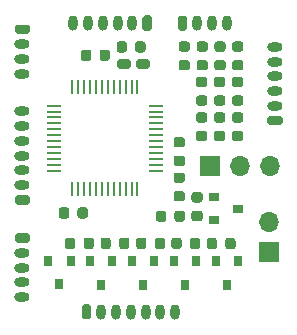
<source format=gbr>
G04 #@! TF.GenerationSoftware,KiCad,Pcbnew,(5.1.8-0-10_14)*
G04 #@! TF.CreationDate,2021-11-26T07:07:57-05:00*
G04 #@! TF.ProjectId,4809Rc,34383039-5263-42e6-9b69-6361645f7063,rev?*
G04 #@! TF.SameCoordinates,Original*
G04 #@! TF.FileFunction,Soldermask,Top*
G04 #@! TF.FilePolarity,Negative*
%FSLAX46Y46*%
G04 Gerber Fmt 4.6, Leading zero omitted, Abs format (unit mm)*
G04 Created by KiCad (PCBNEW (5.1.8-0-10_14)) date 2021-11-26 07:07:57*
%MOMM*%
%LPD*%
G01*
G04 APERTURE LIST*
%ADD10O,1.700000X1.700000*%
%ADD11R,1.700000X1.700000*%
%ADD12O,0.800000X1.300000*%
%ADD13R,0.250000X1.300000*%
%ADD14R,1.300000X0.250000*%
%ADD15O,1.300000X0.800000*%
%ADD16R,0.900000X0.800000*%
%ADD17R,0.800000X0.900000*%
G04 APERTURE END LIST*
D10*
X166966900Y-99809300D03*
D11*
X166966900Y-102349300D03*
D12*
X158972900Y-107403900D03*
X157722900Y-107403900D03*
X156472900Y-107403900D03*
X155222900Y-107403900D03*
X153972900Y-107403900D03*
X152722900Y-107403900D03*
G36*
G01*
X151072900Y-107853900D02*
X151072900Y-106953900D01*
G75*
G02*
X151272900Y-106753900I200000J0D01*
G01*
X151672900Y-106753900D01*
G75*
G02*
X151872900Y-106953900I0J-200000D01*
G01*
X151872900Y-107853900D01*
G75*
G02*
X151672900Y-108053900I-200000J0D01*
G01*
X151272900Y-108053900D01*
G75*
G02*
X151072900Y-107853900I0J200000D01*
G01*
G37*
G36*
G01*
X153535900Y-101369150D02*
X153535900Y-101881650D01*
G75*
G02*
X153317150Y-102100400I-218750J0D01*
G01*
X152879650Y-102100400D01*
G75*
G02*
X152660900Y-101881650I0J218750D01*
G01*
X152660900Y-101369150D01*
G75*
G02*
X152879650Y-101150400I218750J0D01*
G01*
X153317150Y-101150400D01*
G75*
G02*
X153535900Y-101369150I0J-218750D01*
G01*
G37*
G36*
G01*
X155110900Y-101369150D02*
X155110900Y-101881650D01*
G75*
G02*
X154892150Y-102100400I-218750J0D01*
G01*
X154454650Y-102100400D01*
G75*
G02*
X154235900Y-101881650I0J218750D01*
G01*
X154235900Y-101369150D01*
G75*
G02*
X154454650Y-101150400I218750J0D01*
G01*
X154892150Y-101150400D01*
G75*
G02*
X155110900Y-101369150I0J-218750D01*
G01*
G37*
D13*
X150285000Y-88360000D03*
X150785000Y-88360000D03*
X151285000Y-88360000D03*
X151785000Y-88360000D03*
X152285000Y-88360000D03*
X152785000Y-88360000D03*
X153285000Y-88360000D03*
X153785000Y-88360000D03*
X154285000Y-88360000D03*
X154785000Y-88360000D03*
X155285000Y-88360000D03*
X155785000Y-88360000D03*
D14*
X157385000Y-89960000D03*
X157385000Y-90460000D03*
X157385000Y-90960000D03*
X157385000Y-91460000D03*
X157385000Y-91960000D03*
X157385000Y-92460000D03*
X157385000Y-92960000D03*
X157385000Y-93460000D03*
X157385000Y-93960000D03*
X157385000Y-94460000D03*
X157385000Y-94960000D03*
X157385000Y-95460000D03*
D13*
X155785000Y-97060000D03*
X155285000Y-97060000D03*
X154785000Y-97060000D03*
X154285000Y-97060000D03*
X153785000Y-97060000D03*
X153285000Y-97060000D03*
X152785000Y-97060000D03*
X152285000Y-97060000D03*
X151785000Y-97060000D03*
X151285000Y-97060000D03*
X150785000Y-97060000D03*
X150285000Y-97060000D03*
D14*
X148685000Y-95460000D03*
X148685000Y-94960000D03*
X148685000Y-94460000D03*
X148685000Y-93960000D03*
X148685000Y-93460000D03*
X148685000Y-92960000D03*
X148685000Y-92460000D03*
X148685000Y-91960000D03*
X148685000Y-91460000D03*
X148685000Y-90960000D03*
X148685000Y-90460000D03*
X148685000Y-89960000D03*
D12*
X163363600Y-82981800D03*
X162113600Y-82981800D03*
X160863600Y-82981800D03*
G36*
G01*
X159213600Y-83431800D02*
X159213600Y-82531800D01*
G75*
G02*
X159413600Y-82331800I200000J0D01*
G01*
X159813600Y-82331800D01*
G75*
G02*
X160013600Y-82531800I0J-200000D01*
G01*
X160013600Y-83431800D01*
G75*
G02*
X159813600Y-83631800I-200000J0D01*
G01*
X159413600Y-83631800D01*
G75*
G02*
X159213600Y-83431800I0J200000D01*
G01*
G37*
G36*
G01*
X154894800Y-84732150D02*
X154894800Y-85244650D01*
G75*
G02*
X154676050Y-85463400I-218750J0D01*
G01*
X154238550Y-85463400D01*
G75*
G02*
X154019800Y-85244650I0J218750D01*
G01*
X154019800Y-84732150D01*
G75*
G02*
X154238550Y-84513400I218750J0D01*
G01*
X154676050Y-84513400D01*
G75*
G02*
X154894800Y-84732150I0J-218750D01*
G01*
G37*
G36*
G01*
X156469800Y-84732150D02*
X156469800Y-85244650D01*
G75*
G02*
X156251050Y-85463400I-218750J0D01*
G01*
X155813550Y-85463400D01*
G75*
G02*
X155594800Y-85244650I0J218750D01*
G01*
X155594800Y-84732150D01*
G75*
G02*
X155813550Y-84513400I218750J0D01*
G01*
X156251050Y-84513400D01*
G75*
G02*
X156469800Y-84732150I0J-218750D01*
G01*
G37*
D10*
X166979600Y-95084900D03*
X164439600Y-95084900D03*
D11*
X161899600Y-95084900D03*
D15*
X146050000Y-90442400D03*
X146050000Y-91692400D03*
X146050000Y-92942400D03*
X146050000Y-94192400D03*
X146050000Y-95442400D03*
X146050000Y-96692400D03*
G36*
G01*
X146500000Y-98342400D02*
X145600000Y-98342400D01*
G75*
G02*
X145400000Y-98142400I0J200000D01*
G01*
X145400000Y-97742400D01*
G75*
G02*
X145600000Y-97542400I200000J0D01*
G01*
X146500000Y-97542400D01*
G75*
G02*
X146700000Y-97742400I0J-200000D01*
G01*
X146700000Y-98142400D01*
G75*
G02*
X146500000Y-98342400I-200000J0D01*
G01*
G37*
X146050000Y-106180900D03*
X146050000Y-104930900D03*
X146050000Y-103680900D03*
X146050000Y-102430900D03*
G36*
G01*
X145600000Y-100780900D02*
X146500000Y-100780900D01*
G75*
G02*
X146700000Y-100980900I0J-200000D01*
G01*
X146700000Y-101380900D01*
G75*
G02*
X146500000Y-101580900I-200000J0D01*
G01*
X145600000Y-101580900D01*
G75*
G02*
X145400000Y-101380900I0J200000D01*
G01*
X145400000Y-100980900D01*
G75*
G02*
X145600000Y-100780900I200000J0D01*
G01*
G37*
X167436800Y-84986800D03*
X167436800Y-86236800D03*
X167436800Y-87486800D03*
X167436800Y-88736800D03*
X167436800Y-89986800D03*
G36*
G01*
X167886800Y-91636800D02*
X166986800Y-91636800D01*
G75*
G02*
X166786800Y-91436800I0J200000D01*
G01*
X166786800Y-91036800D01*
G75*
G02*
X166986800Y-90836800I200000J0D01*
G01*
X167886800Y-90836800D01*
G75*
G02*
X168086800Y-91036800I0J-200000D01*
G01*
X168086800Y-91436800D01*
G75*
G02*
X167886800Y-91636800I-200000J0D01*
G01*
G37*
D16*
X164296600Y-98679000D03*
X162296600Y-99629000D03*
X162296600Y-97729000D03*
G36*
G01*
X164018250Y-92094800D02*
X164530750Y-92094800D01*
G75*
G02*
X164749500Y-92313550I0J-218750D01*
G01*
X164749500Y-92751050D01*
G75*
G02*
X164530750Y-92969800I-218750J0D01*
G01*
X164018250Y-92969800D01*
G75*
G02*
X163799500Y-92751050I0J218750D01*
G01*
X163799500Y-92313550D01*
G75*
G02*
X164018250Y-92094800I218750J0D01*
G01*
G37*
G36*
G01*
X164018250Y-90519800D02*
X164530750Y-90519800D01*
G75*
G02*
X164749500Y-90738550I0J-218750D01*
G01*
X164749500Y-91176050D01*
G75*
G02*
X164530750Y-91394800I-218750J0D01*
G01*
X164018250Y-91394800D01*
G75*
G02*
X163799500Y-91176050I0J218750D01*
G01*
X163799500Y-90738550D01*
G75*
G02*
X164018250Y-90519800I218750J0D01*
G01*
G37*
G36*
G01*
X162494250Y-89097600D02*
X163006750Y-89097600D01*
G75*
G02*
X163225500Y-89316350I0J-218750D01*
G01*
X163225500Y-89753850D01*
G75*
G02*
X163006750Y-89972600I-218750J0D01*
G01*
X162494250Y-89972600D01*
G75*
G02*
X162275500Y-89753850I0J218750D01*
G01*
X162275500Y-89316350D01*
G75*
G02*
X162494250Y-89097600I218750J0D01*
G01*
G37*
G36*
G01*
X162494250Y-87522600D02*
X163006750Y-87522600D01*
G75*
G02*
X163225500Y-87741350I0J-218750D01*
G01*
X163225500Y-88178850D01*
G75*
G02*
X163006750Y-88397600I-218750J0D01*
G01*
X162494250Y-88397600D01*
G75*
G02*
X162275500Y-88178850I0J218750D01*
G01*
X162275500Y-87741350D01*
G75*
G02*
X162494250Y-87522600I218750J0D01*
G01*
G37*
G36*
G01*
X164530750Y-88397600D02*
X164018250Y-88397600D01*
G75*
G02*
X163799500Y-88178850I0J218750D01*
G01*
X163799500Y-87741350D01*
G75*
G02*
X164018250Y-87522600I218750J0D01*
G01*
X164530750Y-87522600D01*
G75*
G02*
X164749500Y-87741350I0J-218750D01*
G01*
X164749500Y-88178850D01*
G75*
G02*
X164530750Y-88397600I-218750J0D01*
G01*
G37*
G36*
G01*
X164530750Y-89972600D02*
X164018250Y-89972600D01*
G75*
G02*
X163799500Y-89753850I0J218750D01*
G01*
X163799500Y-89316350D01*
G75*
G02*
X164018250Y-89097600I218750J0D01*
G01*
X164530750Y-89097600D01*
G75*
G02*
X164749500Y-89316350I0J-218750D01*
G01*
X164749500Y-89753850D01*
G75*
G02*
X164530750Y-89972600I-218750J0D01*
G01*
G37*
G36*
G01*
X161021050Y-86100400D02*
X161533550Y-86100400D01*
G75*
G02*
X161752300Y-86319150I0J-218750D01*
G01*
X161752300Y-86756650D01*
G75*
G02*
X161533550Y-86975400I-218750J0D01*
G01*
X161021050Y-86975400D01*
G75*
G02*
X160802300Y-86756650I0J218750D01*
G01*
X160802300Y-86319150D01*
G75*
G02*
X161021050Y-86100400I218750J0D01*
G01*
G37*
G36*
G01*
X161021050Y-84525400D02*
X161533550Y-84525400D01*
G75*
G02*
X161752300Y-84744150I0J-218750D01*
G01*
X161752300Y-85181650D01*
G75*
G02*
X161533550Y-85400400I-218750J0D01*
G01*
X161021050Y-85400400D01*
G75*
G02*
X160802300Y-85181650I0J218750D01*
G01*
X160802300Y-84744150D01*
G75*
G02*
X161021050Y-84525400I218750J0D01*
G01*
G37*
G36*
G01*
X160009550Y-85400400D02*
X159497050Y-85400400D01*
G75*
G02*
X159278300Y-85181650I0J218750D01*
G01*
X159278300Y-84744150D01*
G75*
G02*
X159497050Y-84525400I218750J0D01*
G01*
X160009550Y-84525400D01*
G75*
G02*
X160228300Y-84744150I0J-218750D01*
G01*
X160228300Y-85181650D01*
G75*
G02*
X160009550Y-85400400I-218750J0D01*
G01*
G37*
G36*
G01*
X160009550Y-86975400D02*
X159497050Y-86975400D01*
G75*
G02*
X159278300Y-86756650I0J218750D01*
G01*
X159278300Y-86319150D01*
G75*
G02*
X159497050Y-86100400I218750J0D01*
G01*
X160009550Y-86100400D01*
G75*
G02*
X160228300Y-86319150I0J-218750D01*
G01*
X160228300Y-86756650D01*
G75*
G02*
X160009550Y-86975400I-218750J0D01*
G01*
G37*
D17*
X149174200Y-105101900D03*
X148224200Y-103101900D03*
X150124200Y-103101900D03*
D15*
X146050000Y-87252500D03*
X146050000Y-86002500D03*
X146050000Y-84752500D03*
G36*
G01*
X145600000Y-83102500D02*
X146500000Y-83102500D01*
G75*
G02*
X146700000Y-83302500I0J-200000D01*
G01*
X146700000Y-83702500D01*
G75*
G02*
X146500000Y-83902500I-200000J0D01*
G01*
X145600000Y-83902500D01*
G75*
G02*
X145400000Y-83702500I0J200000D01*
G01*
X145400000Y-83302500D01*
G75*
G02*
X145600000Y-83102500I200000J0D01*
G01*
G37*
G36*
G01*
X156545800Y-101369150D02*
X156545800Y-101881650D01*
G75*
G02*
X156327050Y-102100400I-218750J0D01*
G01*
X155889550Y-102100400D01*
G75*
G02*
X155670800Y-101881650I0J218750D01*
G01*
X155670800Y-101369150D01*
G75*
G02*
X155889550Y-101150400I218750J0D01*
G01*
X156327050Y-101150400D01*
G75*
G02*
X156545800Y-101369150I0J-218750D01*
G01*
G37*
G36*
G01*
X158120800Y-101369150D02*
X158120800Y-101881650D01*
G75*
G02*
X157902050Y-102100400I-218750J0D01*
G01*
X157464550Y-102100400D01*
G75*
G02*
X157245800Y-101881650I0J218750D01*
G01*
X157245800Y-101369150D01*
G75*
G02*
X157464550Y-101150400I218750J0D01*
G01*
X157902050Y-101150400D01*
G75*
G02*
X158120800Y-101369150I0J-218750D01*
G01*
G37*
D17*
X156273500Y-105114600D03*
X155323500Y-103114600D03*
X157223500Y-103114600D03*
G36*
G01*
X150526000Y-101369150D02*
X150526000Y-101881650D01*
G75*
G02*
X150307250Y-102100400I-218750J0D01*
G01*
X149869750Y-102100400D01*
G75*
G02*
X149651000Y-101881650I0J218750D01*
G01*
X149651000Y-101369150D01*
G75*
G02*
X149869750Y-101150400I218750J0D01*
G01*
X150307250Y-101150400D01*
G75*
G02*
X150526000Y-101369150I0J-218750D01*
G01*
G37*
G36*
G01*
X152101000Y-101369150D02*
X152101000Y-101881650D01*
G75*
G02*
X151882250Y-102100400I-218750J0D01*
G01*
X151444750Y-102100400D01*
G75*
G02*
X151226000Y-101881650I0J218750D01*
G01*
X151226000Y-101369150D01*
G75*
G02*
X151444750Y-101150400I218750J0D01*
G01*
X151882250Y-101150400D01*
G75*
G02*
X152101000Y-101369150I0J-218750D01*
G01*
G37*
D12*
X150353700Y-82969100D03*
X151603700Y-82969100D03*
X152853700Y-82969100D03*
X154103700Y-82969100D03*
X155353700Y-82969100D03*
G36*
G01*
X157003700Y-82519100D02*
X157003700Y-83419100D01*
G75*
G02*
X156803700Y-83619100I-200000J0D01*
G01*
X156403700Y-83619100D01*
G75*
G02*
X156203700Y-83419100I0J200000D01*
G01*
X156203700Y-82519100D01*
G75*
G02*
X156403700Y-82319100I200000J0D01*
G01*
X156803700Y-82319100D01*
G75*
G02*
X157003700Y-82519100I0J-200000D01*
G01*
G37*
G36*
G01*
X150705300Y-99303550D02*
X150705300Y-98791050D01*
G75*
G02*
X150924050Y-98572300I218750J0D01*
G01*
X151361550Y-98572300D01*
G75*
G02*
X151580300Y-98791050I0J-218750D01*
G01*
X151580300Y-99303550D01*
G75*
G02*
X151361550Y-99522300I-218750J0D01*
G01*
X150924050Y-99522300D01*
G75*
G02*
X150705300Y-99303550I0J218750D01*
G01*
G37*
G36*
G01*
X149130300Y-99303550D02*
X149130300Y-98791050D01*
G75*
G02*
X149349050Y-98572300I218750J0D01*
G01*
X149786550Y-98572300D01*
G75*
G02*
X150005300Y-98791050I0J-218750D01*
G01*
X150005300Y-99303550D01*
G75*
G02*
X149786550Y-99522300I-218750J0D01*
G01*
X149349050Y-99522300D01*
G75*
G02*
X149130300Y-99303550I0J218750D01*
G01*
G37*
G36*
G01*
X158922200Y-99582950D02*
X158922200Y-99070450D01*
G75*
G02*
X159140950Y-98851700I218750J0D01*
G01*
X159578450Y-98851700D01*
G75*
G02*
X159797200Y-99070450I0J-218750D01*
G01*
X159797200Y-99582950D01*
G75*
G02*
X159578450Y-99801700I-218750J0D01*
G01*
X159140950Y-99801700D01*
G75*
G02*
X158922200Y-99582950I0J218750D01*
G01*
G37*
G36*
G01*
X157347200Y-99582950D02*
X157347200Y-99070450D01*
G75*
G02*
X157565950Y-98851700I218750J0D01*
G01*
X158003450Y-98851700D01*
G75*
G02*
X158222200Y-99070450I0J-218750D01*
G01*
X158222200Y-99582950D01*
G75*
G02*
X158003450Y-99801700I-218750J0D01*
G01*
X157565950Y-99801700D01*
G75*
G02*
X157347200Y-99582950I0J218750D01*
G01*
G37*
G36*
G01*
X159590450Y-93503000D02*
X159077950Y-93503000D01*
G75*
G02*
X158859200Y-93284250I0J218750D01*
G01*
X158859200Y-92846750D01*
G75*
G02*
X159077950Y-92628000I218750J0D01*
G01*
X159590450Y-92628000D01*
G75*
G02*
X159809200Y-92846750I0J-218750D01*
G01*
X159809200Y-93284250D01*
G75*
G02*
X159590450Y-93503000I-218750J0D01*
G01*
G37*
G36*
G01*
X159590450Y-95078000D02*
X159077950Y-95078000D01*
G75*
G02*
X158859200Y-94859250I0J218750D01*
G01*
X158859200Y-94421750D01*
G75*
G02*
X159077950Y-94203000I218750J0D01*
G01*
X159590450Y-94203000D01*
G75*
G02*
X159809200Y-94421750I0J-218750D01*
G01*
X159809200Y-94859250D01*
G75*
G02*
X159590450Y-95078000I-218750J0D01*
G01*
G37*
G36*
G01*
X164018250Y-86100400D02*
X164530750Y-86100400D01*
G75*
G02*
X164749500Y-86319150I0J-218750D01*
G01*
X164749500Y-86756650D01*
G75*
G02*
X164530750Y-86975400I-218750J0D01*
G01*
X164018250Y-86975400D01*
G75*
G02*
X163799500Y-86756650I0J218750D01*
G01*
X163799500Y-86319150D01*
G75*
G02*
X164018250Y-86100400I218750J0D01*
G01*
G37*
G36*
G01*
X164018250Y-84525400D02*
X164530750Y-84525400D01*
G75*
G02*
X164749500Y-84744150I0J-218750D01*
G01*
X164749500Y-85181650D01*
G75*
G02*
X164530750Y-85400400I-218750J0D01*
G01*
X164018250Y-85400400D01*
G75*
G02*
X163799500Y-85181650I0J218750D01*
G01*
X163799500Y-84744150D01*
G75*
G02*
X164018250Y-84525400I218750J0D01*
G01*
G37*
G36*
G01*
X163006750Y-91394800D02*
X162494250Y-91394800D01*
G75*
G02*
X162275500Y-91176050I0J218750D01*
G01*
X162275500Y-90738550D01*
G75*
G02*
X162494250Y-90519800I218750J0D01*
G01*
X163006750Y-90519800D01*
G75*
G02*
X163225500Y-90738550I0J-218750D01*
G01*
X163225500Y-91176050D01*
G75*
G02*
X163006750Y-91394800I-218750J0D01*
G01*
G37*
G36*
G01*
X163006750Y-92969800D02*
X162494250Y-92969800D01*
G75*
G02*
X162275500Y-92751050I0J218750D01*
G01*
X162275500Y-92313550D01*
G75*
G02*
X162494250Y-92094800I218750J0D01*
G01*
X163006750Y-92094800D01*
G75*
G02*
X163225500Y-92313550I0J-218750D01*
G01*
X163225500Y-92751050D01*
G75*
G02*
X163006750Y-92969800I-218750J0D01*
G01*
G37*
G36*
G01*
X160576550Y-98863900D02*
X161089050Y-98863900D01*
G75*
G02*
X161307800Y-99082650I0J-218750D01*
G01*
X161307800Y-99520150D01*
G75*
G02*
X161089050Y-99738900I-218750J0D01*
G01*
X160576550Y-99738900D01*
G75*
G02*
X160357800Y-99520150I0J218750D01*
G01*
X160357800Y-99082650D01*
G75*
G02*
X160576550Y-98863900I218750J0D01*
G01*
G37*
G36*
G01*
X160576550Y-97288900D02*
X161089050Y-97288900D01*
G75*
G02*
X161307800Y-97507650I0J-218750D01*
G01*
X161307800Y-97945150D01*
G75*
G02*
X161089050Y-98163900I-218750J0D01*
G01*
X160576550Y-98163900D01*
G75*
G02*
X160357800Y-97945150I0J218750D01*
G01*
X160357800Y-97507650D01*
G75*
G02*
X160576550Y-97288900I218750J0D01*
G01*
G37*
G36*
G01*
X162514800Y-101381850D02*
X162514800Y-101894350D01*
G75*
G02*
X162296050Y-102113100I-218750J0D01*
G01*
X161858550Y-102113100D01*
G75*
G02*
X161639800Y-101894350I0J218750D01*
G01*
X161639800Y-101381850D01*
G75*
G02*
X161858550Y-101163100I218750J0D01*
G01*
X162296050Y-101163100D01*
G75*
G02*
X162514800Y-101381850I0J-218750D01*
G01*
G37*
G36*
G01*
X164089800Y-101381850D02*
X164089800Y-101894350D01*
G75*
G02*
X163871050Y-102113100I-218750J0D01*
G01*
X163433550Y-102113100D01*
G75*
G02*
X163214800Y-101894350I0J218750D01*
G01*
X163214800Y-101381850D01*
G75*
G02*
X163433550Y-101163100I218750J0D01*
G01*
X163871050Y-101163100D01*
G75*
G02*
X164089800Y-101381850I0J-218750D01*
G01*
G37*
G36*
G01*
X159530300Y-101369150D02*
X159530300Y-101881650D01*
G75*
G02*
X159311550Y-102100400I-218750J0D01*
G01*
X158874050Y-102100400D01*
G75*
G02*
X158655300Y-101881650I0J218750D01*
G01*
X158655300Y-101369150D01*
G75*
G02*
X158874050Y-101150400I218750J0D01*
G01*
X159311550Y-101150400D01*
G75*
G02*
X159530300Y-101369150I0J-218750D01*
G01*
G37*
G36*
G01*
X161105300Y-101369150D02*
X161105300Y-101881650D01*
G75*
G02*
X160886550Y-102100400I-218750J0D01*
G01*
X160449050Y-102100400D01*
G75*
G02*
X160230300Y-101881650I0J218750D01*
G01*
X160230300Y-101369150D01*
G75*
G02*
X160449050Y-101150400I218750J0D01*
G01*
X160886550Y-101150400D01*
G75*
G02*
X161105300Y-101369150I0J-218750D01*
G01*
G37*
D17*
X152717500Y-105114600D03*
X151767500Y-103114600D03*
X153667500Y-103114600D03*
X163372800Y-105114600D03*
X162422800Y-103114600D03*
X164322800Y-103114600D03*
X159829500Y-105114600D03*
X158879500Y-103114600D03*
X160779500Y-103114600D03*
G36*
G01*
X159590450Y-96500200D02*
X159077950Y-96500200D01*
G75*
G02*
X158859200Y-96281450I0J218750D01*
G01*
X158859200Y-95843950D01*
G75*
G02*
X159077950Y-95625200I218750J0D01*
G01*
X159590450Y-95625200D01*
G75*
G02*
X159809200Y-95843950I0J-218750D01*
G01*
X159809200Y-96281450D01*
G75*
G02*
X159590450Y-96500200I-218750J0D01*
G01*
G37*
G36*
G01*
X159590450Y-98075200D02*
X159077950Y-98075200D01*
G75*
G02*
X158859200Y-97856450I0J218750D01*
G01*
X158859200Y-97418950D01*
G75*
G02*
X159077950Y-97200200I218750J0D01*
G01*
X159590450Y-97200200D01*
G75*
G02*
X159809200Y-97418950I0J-218750D01*
G01*
X159809200Y-97856450D01*
G75*
G02*
X159590450Y-98075200I-218750J0D01*
G01*
G37*
G36*
G01*
X155648000Y-86648700D02*
X155648000Y-86223700D01*
G75*
G02*
X155860500Y-86011200I212500J0D01*
G01*
X156660500Y-86011200D01*
G75*
G02*
X156873000Y-86223700I0J-212500D01*
G01*
X156873000Y-86648700D01*
G75*
G02*
X156660500Y-86861200I-212500J0D01*
G01*
X155860500Y-86861200D01*
G75*
G02*
X155648000Y-86648700I0J212500D01*
G01*
G37*
G36*
G01*
X154023000Y-86648700D02*
X154023000Y-86223700D01*
G75*
G02*
X154235500Y-86011200I212500J0D01*
G01*
X155035500Y-86011200D01*
G75*
G02*
X155248000Y-86223700I0J-212500D01*
G01*
X155248000Y-86648700D01*
G75*
G02*
X155035500Y-86861200I-212500J0D01*
G01*
X154235500Y-86861200D01*
G75*
G02*
X154023000Y-86648700I0J212500D01*
G01*
G37*
G36*
G01*
X151882360Y-85445890D02*
X151882360Y-85958390D01*
G75*
G02*
X151663610Y-86177140I-218750J0D01*
G01*
X151226110Y-86177140D01*
G75*
G02*
X151007360Y-85958390I0J218750D01*
G01*
X151007360Y-85445890D01*
G75*
G02*
X151226110Y-85227140I218750J0D01*
G01*
X151663610Y-85227140D01*
G75*
G02*
X151882360Y-85445890I0J-218750D01*
G01*
G37*
G36*
G01*
X153457360Y-85445890D02*
X153457360Y-85958390D01*
G75*
G02*
X153238610Y-86177140I-218750J0D01*
G01*
X152801110Y-86177140D01*
G75*
G02*
X152582360Y-85958390I0J218750D01*
G01*
X152582360Y-85445890D01*
G75*
G02*
X152801110Y-85227140I218750J0D01*
G01*
X153238610Y-85227140D01*
G75*
G02*
X153457360Y-85445890I0J-218750D01*
G01*
G37*
G36*
G01*
X163032150Y-85400400D02*
X162519650Y-85400400D01*
G75*
G02*
X162300900Y-85181650I0J218750D01*
G01*
X162300900Y-84744150D01*
G75*
G02*
X162519650Y-84525400I218750J0D01*
G01*
X163032150Y-84525400D01*
G75*
G02*
X163250900Y-84744150I0J-218750D01*
G01*
X163250900Y-85181650D01*
G75*
G02*
X163032150Y-85400400I-218750J0D01*
G01*
G37*
G36*
G01*
X163032150Y-86975400D02*
X162519650Y-86975400D01*
G75*
G02*
X162300900Y-86756650I0J218750D01*
G01*
X162300900Y-86319150D01*
G75*
G02*
X162519650Y-86100400I218750J0D01*
G01*
X163032150Y-86100400D01*
G75*
G02*
X163250900Y-86319150I0J-218750D01*
G01*
X163250900Y-86756650D01*
G75*
G02*
X163032150Y-86975400I-218750J0D01*
G01*
G37*
G36*
G01*
X161482750Y-91394800D02*
X160970250Y-91394800D01*
G75*
G02*
X160751500Y-91176050I0J218750D01*
G01*
X160751500Y-90738550D01*
G75*
G02*
X160970250Y-90519800I218750J0D01*
G01*
X161482750Y-90519800D01*
G75*
G02*
X161701500Y-90738550I0J-218750D01*
G01*
X161701500Y-91176050D01*
G75*
G02*
X161482750Y-91394800I-218750J0D01*
G01*
G37*
G36*
G01*
X161482750Y-92969800D02*
X160970250Y-92969800D01*
G75*
G02*
X160751500Y-92751050I0J218750D01*
G01*
X160751500Y-92313550D01*
G75*
G02*
X160970250Y-92094800I218750J0D01*
G01*
X161482750Y-92094800D01*
G75*
G02*
X161701500Y-92313550I0J-218750D01*
G01*
X161701500Y-92751050D01*
G75*
G02*
X161482750Y-92969800I-218750J0D01*
G01*
G37*
G36*
G01*
X160970250Y-89097600D02*
X161482750Y-89097600D01*
G75*
G02*
X161701500Y-89316350I0J-218750D01*
G01*
X161701500Y-89753850D01*
G75*
G02*
X161482750Y-89972600I-218750J0D01*
G01*
X160970250Y-89972600D01*
G75*
G02*
X160751500Y-89753850I0J218750D01*
G01*
X160751500Y-89316350D01*
G75*
G02*
X160970250Y-89097600I218750J0D01*
G01*
G37*
G36*
G01*
X160970250Y-87522600D02*
X161482750Y-87522600D01*
G75*
G02*
X161701500Y-87741350I0J-218750D01*
G01*
X161701500Y-88178850D01*
G75*
G02*
X161482750Y-88397600I-218750J0D01*
G01*
X160970250Y-88397600D01*
G75*
G02*
X160751500Y-88178850I0J218750D01*
G01*
X160751500Y-87741350D01*
G75*
G02*
X160970250Y-87522600I218750J0D01*
G01*
G37*
M02*

</source>
